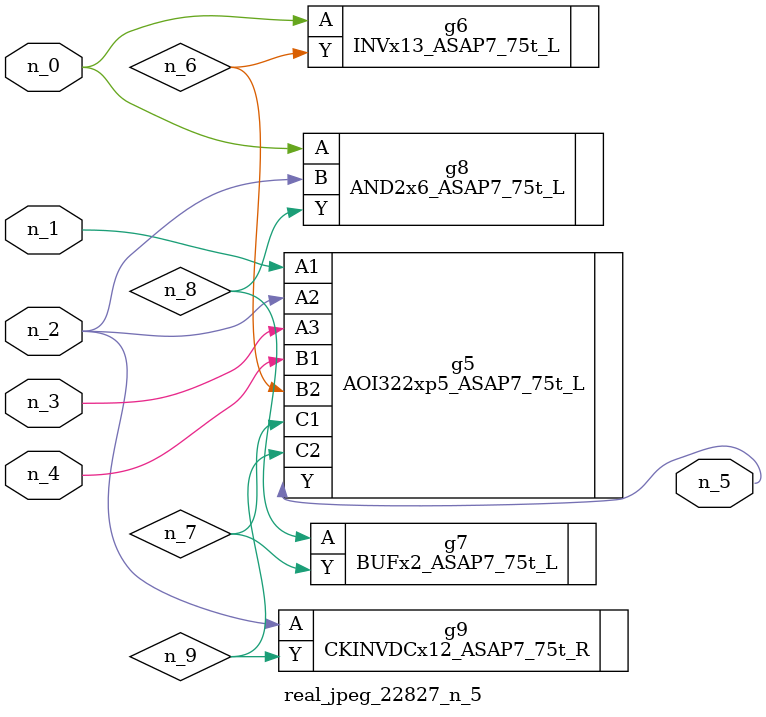
<source format=v>
module real_jpeg_22827_n_5 (n_4, n_0, n_1, n_2, n_3, n_5);

input n_4;
input n_0;
input n_1;
input n_2;
input n_3;

output n_5;

wire n_8;
wire n_6;
wire n_7;
wire n_9;

INVx13_ASAP7_75t_L g6 ( 
.A(n_0),
.Y(n_6)
);

AND2x6_ASAP7_75t_L g8 ( 
.A(n_0),
.B(n_2),
.Y(n_8)
);

AOI322xp5_ASAP7_75t_L g5 ( 
.A1(n_1),
.A2(n_2),
.A3(n_3),
.B1(n_4),
.B2(n_6),
.C1(n_7),
.C2(n_9),
.Y(n_5)
);

CKINVDCx12_ASAP7_75t_R g9 ( 
.A(n_2),
.Y(n_9)
);

BUFx2_ASAP7_75t_L g7 ( 
.A(n_8),
.Y(n_7)
);


endmodule
</source>
